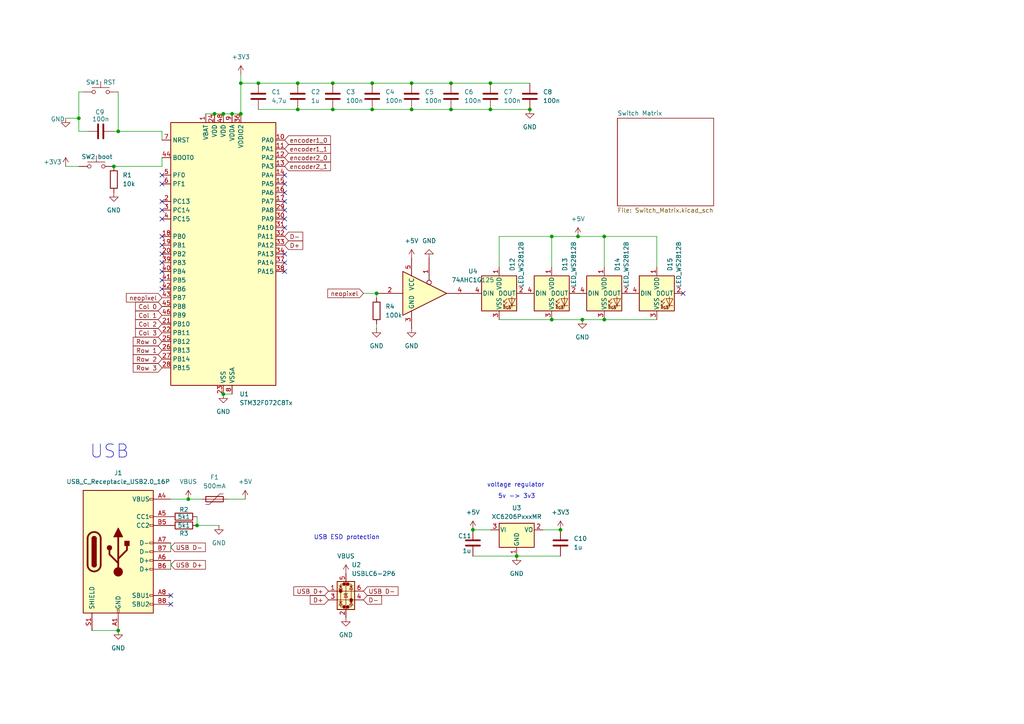
<source format=kicad_sch>
(kicad_sch (version 20250114) (generator "eeschema") (generator_version "9.0")
  (paper "A4")
  (lib_symbols
    (symbol "74xGxx:74AHC1G125"
      (property "Reference" "U" (at -2.54 3.81 0))
      (property "Value" "74AHC1G125" (at 0 -3.81 0))
      (symbol "74AHC1G125_0_1"
        (polyline (pts (xy -7.62 6.35) (xy -7.62 -6.35) (xy 5.08 0) (xy -7.62 6.35)) (stroke (width 0.254)) (fill (type background)))
      )
      (symbol "74AHC1G125_1_1"
        (pin input line (at -15.24 0 0) (length 7.62) (name "~") (number "2"))
        (pin power_in line (at -5.08 10.16 270) (length 5.08) (name "VCC") (number "5"))
        (pin power_in line (at -5.08 -10.16 90) (length 5.08) (name "GND") (number "3"))
        (pin input inverted (at 0 10.16 270) (length 7.62) (name "~") (number "1"))
        (pin tri_state line (at 12.7 0 180) (length 7.62) (name "~") (number "4"))
      )
    )
    (symbol "Connector:USB_C_Receptacle_USB2.0_16P" (pin_names (offset 1.016))
      (property "Reference" "J" (at 0 22.225 0))
      (property "Value" "USB_C_Receptacle_USB2.0_16P" (at 0 19.685 0))
      (symbol "USB_C_Receptacle_USB2.0_16P_0_0"
        (rectangle (start -0.254 -17.78) (end 0.254 -16.764))
        (rectangle (start 10.16 15.494) (end 9.144 14.986))
        (rectangle (start 10.16 10.414) (end 9.144 9.906))
        (rectangle (start 10.16 7.874) (end 9.144 7.366))
        (rectangle (start 10.16 2.794) (end 9.144 2.286))
        (rectangle (start 10.16 0.254) (end 9.144 -0.254))
        (rectangle (start 10.16 -2.286) (end 9.144 -2.794))
        (rectangle (start 10.16 -4.826) (end 9.144 -5.334))
        (rectangle (start 10.16 -12.446) (end 9.144 -12.954))
        (rectangle (start 10.16 -14.986) (end 9.144 -15.494))
      )
      (symbol "USB_C_Receptacle_USB2.0_16P_0_1"
        (rectangle (start -10.16 17.78) (end 10.16 -17.78) (stroke (width 0.254)) (fill (type background)))
        (polyline (pts (xy -8.89 -3.81) (xy -8.89 3.81)) (stroke (width 0.508)))
        (rectangle (start -7.62 -3.81) (end -6.35 3.81) (stroke (width 0.254)) (fill (type outline)))
        (arc (start -7.62 3.81) (mid -6.985 4.4423) (end -6.35 3.81) (stroke (width 0.254)))
        (arc (start -7.62 3.81) (mid -6.985 4.4423) (end -6.35 3.81) (stroke (width 0.254)) (fill (type outline)))
        (arc (start -8.89 3.81) (mid -6.985 5.7067) (end -5.08 3.81) (stroke (width 0.508)))
        (arc (start -5.08 -3.81) (mid -6.985 -5.7067) (end -8.89 -3.81) (stroke (width 0.508)))
        (arc (start -6.35 -3.81) (mid -6.985 -4.4423) (end -7.62 -3.81) (stroke (width 0.254)))
        (arc (start -6.35 -3.81) (mid -6.985 -4.4423) (end -7.62 -3.81) (stroke (width 0.254)) (fill (type outline)))
        (polyline (pts (xy -5.08 3.81) (xy -5.08 -3.81)) (stroke (width 0.508)))
        (circle (center -2.54 1.143) (radius 0.635) (stroke (width 0.254)) (fill (type outline)))
        (polyline (pts (xy -1.27 4.318) (xy 0 6.858) (xy 1.27 4.318) (xy -1.27 4.318)) (stroke (width 0.254)) (fill (type outline)))
        (polyline (pts (xy 0 -2.032) (xy 2.54 0.508) (xy 2.54 1.778)) (stroke (width 0.508)))
        (polyline (pts (xy 0 -3.302) (xy -2.54 -0.762) (xy -2.54 0.508)) (stroke (width 0.508)))
        (polyline (pts (xy 0 -5.842) (xy 0 4.318)) (stroke (width 0.508)))
        (circle (center 0 -5.842) (radius 1.27) (fill (type outline)))
        (rectangle (start 1.905 1.778) (end 3.175 3.048) (stroke (width 0.254)) (fill (type outline)))
      )
      (symbol "USB_C_Receptacle_USB2.0_16P_1_1"
        (pin passive line (at -7.62 -22.86 90) (length 5.08) (name "SHIELD") (number "S1"))
        (pin passive line (at 0 -22.86 90) (length 5.08) (name "GND") (number "A1"))
        (pin passive line (at 0 -22.86 90) (length 5.08) (hide yes) (name "GND") (number "A12"))
        (pin passive line (at 0 -22.86 90) (length 5.08) (hide yes) (name "GND") (number "B1"))
        (pin passive line (at 0 -22.86 90) (length 5.08) (hide yes) (name "GND") (number "B12"))
        (pin passive line (at 15.24 15.24 180) (length 5.08) (name "VBUS") (number "A4"))
        (pin passive line (at 15.24 15.24 180) (length 5.08) (hide yes) (name "VBUS") (number "A9"))
        (pin passive line (at 15.24 15.24 180) (length 5.08) (hide yes) (name "VBUS") (number "B4"))
        (pin passive line (at 15.24 15.24 180) (length 5.08) (hide yes) (name "VBUS") (number "B9"))
        (pin bidirectional line (at 15.24 10.16 180) (length 5.08) (name "CC1") (number "A5"))
        (pin bidirectional line (at 15.24 7.62 180) (length 5.08) (name "CC2") (number "B5"))
        (pin bidirectional line (at 15.24 2.54 180) (length 5.08) (name "D-") (number "A7"))
        (pin bidirectional line (at 15.24 0 180) (length 5.08) (name "D-") (number "B7"))
        (pin bidirectional line (at 15.24 -2.54 180) (length 5.08) (name "D+") (number "A6"))
        (pin bidirectional line (at 15.24 -5.08 180) (length 5.08) (name "D+") (number "B6"))
        (pin bidirectional line (at 15.24 -12.7 180) (length 5.08) (name "SBU1") (number "A8"))
        (pin bidirectional line (at 15.24 -15.24 180) (length 5.08) (name "SBU2") (number "B8"))
      )
    )
    (symbol "Device:C" (pin_numbers (hide yes)) (pin_names (offset 0.254))
      (property "Reference" "C" (at 0.635 2.54 0))
      (property "Value" "C" (at 0.635 -2.54 0))
      (symbol "C_0_1"
        (polyline (pts (xy -2.032 0.762) (xy 2.032 0.762)) (stroke (width 0.508)))
        (polyline (pts (xy -2.032 -0.762) (xy 2.032 -0.762)) (stroke (width 0.508)))
      )
      (symbol "C_1_1"
        (pin passive line (at 0 3.81 270) (length 2.794) (name "~") (number "1"))
        (pin passive line (at 0 -3.81 90) (length 2.794) (name "~") (number "2"))
      )
    )
    (symbol "Device:Polyfuse" (pin_numbers (hide yes)) (pin_names (offset 0))
      (property "Reference" "F" (at -2.54 0 90))
      (property "Value" "Polyfuse" (at 2.54 0 90))
      (symbol "Polyfuse_0_1"
        (polyline (pts (xy -1.524 2.54) (xy -1.524 1.524) (xy 1.524 -1.524) (xy 1.524 -2.54)))
        (rectangle (start -0.762 2.54) (end 0.762 -2.54) (stroke (width 0.254)))
        (polyline (pts (xy 0 2.54) (xy 0 -2.54)))
      )
      (symbol "Polyfuse_1_1"
        (pin passive line (at 0 3.81 270) (length 1.27) (name "~") (number "1"))
        (pin passive line (at 0 -3.81 90) (length 1.27) (name "~") (number "2"))
      )
    )
    (symbol "Device:R" (pin_numbers (hide yes)) (pin_names (offset 0))
      (property "Reference" "R" (at 2.032 0 90))
      (property "Value" "R" (at 0 0 90))
      (symbol "R_0_1"
        (rectangle (start -1.016 -2.54) (end 1.016 2.54) (stroke (width 0.254)))
      )
      (symbol "R_1_1"
        (pin passive line (at 0 3.81 270) (length 1.27) (name "~") (number "1"))
        (pin passive line (at 0 -3.81 90) (length 1.27) (name "~") (number "2"))
      )
    )
    (symbol "MCU_ST_STM32F0:STM32F072C8Tx"
      (property "Reference" "U" (at -15.24 39.37 0))
      (property "Value" "STM32F072C8Tx" (at 7.62 39.37 0))
      (symbol "STM32F072C8Tx_0_1"
        (rectangle (start -15.24 -38.1) (end 15.24 38.1) (stroke (width 0.254)) (fill (type background)))
      )
      (symbol "STM32F072C8Tx_1_1"
        (pin input line (at -17.78 33.02 0) (length 2.54) (name "NRST") (number "7"))
        (pin input line (at -17.78 27.94 0) (length 2.54) (name "BOOT0") (number "44"))
        (pin bidirectional line (at -17.78 22.86 0) (length 2.54) (name "PF0") (number "5"))
        (pin bidirectional line (at -17.78 20.32 0) (length 2.54) (name "PF1") (number "6"))
        (pin bidirectional line (at -17.78 15.24 0) (length 2.54) (name "PC13") (number "2"))
        (pin bidirectional line (at -17.78 12.7 0) (length 2.54) (name "PC14") (number "3"))
        (pin bidirectional line (at -17.78 10.16 0) (length 2.54) (name "PC15") (number "4"))
        (pin bidirectional line (at -17.78 5.08 0) (length 2.54) (name "PB0") (number "18"))
        (pin bidirectional line (at -17.78 2.54 0) (length 2.54) (name "PB1") (number "19"))
        (pin bidirectional line (at -17.78 0 0) (length 2.54) (name "PB2") (number "20"))
        (pin bidirectional line (at -17.78 -2.54 0) (length 2.54) (name "PB3") (number "39"))
        (pin bidirectional line (at -17.78 -5.08 0) (length 2.54) (name "PB4") (number "40"))
        (pin bidirectional line (at -17.78 -7.62 0) (length 2.54) (name "PB5") (number "41"))
        (pin bidirectional line (at -17.78 -10.16 0) (length 2.54) (name "PB6") (number "42"))
        (pin bidirectional line (at -17.78 -12.7 0) (length 2.54) (name "PB7") (number "43"))
        (pin bidirectional line (at -17.78 -15.24 0) (length 2.54) (name "PB8") (number "45"))
        (pin bidirectional line (at -17.78 -17.78 0) (length 2.54) (name "PB9") (number "46"))
        (pin bidirectional line (at -17.78 -20.32 0) (length 2.54) (name "PB10") (number "21"))
        (pin bidirectional line (at -17.78 -22.86 0) (length 2.54) (name "PB11") (number "22"))
        (pin bidirectional line (at -17.78 -25.4 0) (length 2.54) (name "PB12") (number "25"))
        (pin bidirectional line (at -17.78 -27.94 0) (length 2.54) (name "PB13") (number "26"))
        (pin bidirectional line (at -17.78 -30.48 0) (length 2.54) (name "PB14") (number "27"))
        (pin bidirectional line (at -17.78 -33.02 0) (length 2.54) (name "PB15") (number "28"))
        (pin power_in line (at -5.08 40.64 270) (length 2.54) (name "VBAT") (number "1"))
        (pin power_in line (at -2.54 40.64 270) (length 2.54) (name "VDD") (number "24"))
        (pin power_in line (at 0 40.64 270) (length 2.54) (name "VDD") (number "48"))
        (pin power_in line (at 0 -40.64 90) (length 2.54) (name "VSS") (number "23"))
        (pin passive line (at 0 -40.64 90) (length 2.54) (hide yes) (name "VSS") (number "35"))
        (pin passive line (at 0 -40.64 90) (length 2.54) (hide yes) (name "VSS") (number "47"))
        (pin power_in line (at 2.54 40.64 270) (length 2.54) (name "VDDA") (number "9"))
        (pin power_in line (at 2.54 -40.64 90) (length 2.54) (name "VSSA") (number "8"))
        (pin power_in line (at 5.08 40.64 270) (length 2.54) (name "VDDIO2") (number "36"))
        (pin bidirectional line (at 17.78 33.02 180) (length 2.54) (name "PA0") (number "10"))
        (pin bidirectional line (at 17.78 30.48 180) (length 2.54) (name "PA1") (number "11"))
        (pin bidirectional line (at 17.78 27.94 180) (length 2.54) (name "PA2") (number "12"))
        (pin bidirectional line (at 17.78 25.4 180) (length 2.54) (name "PA3") (number "13"))
        (pin bidirectional line (at 17.78 22.86 180) (length 2.54) (name "PA4") (number "14"))
        (pin bidirectional line (at 17.78 20.32 180) (length 2.54) (name "PA5") (number "15"))
        (pin bidirectional line (at 17.78 17.78 180) (length 2.54) (name "PA6") (number "16"))
        (pin bidirectional line (at 17.78 15.24 180) (length 2.54) (name "PA7") (number "17"))
        (pin bidirectional line (at 17.78 12.7 180) (length 2.54) (name "PA8") (number "29"))
        (pin bidirectional line (at 17.78 10.16 180) (length 2.54) (name "PA9") (number "30"))
        (pin bidirectional line (at 17.78 7.62 180) (length 2.54) (name "PA10") (number "31"))
        (pin bidirectional line (at 17.78 5.08 180) (length 2.54) (name "PA11") (number "32"))
        (pin bidirectional line (at 17.78 2.54 180) (length 2.54) (name "PA12") (number "33"))
        (pin bidirectional line (at 17.78 0 180) (length 2.54) (name "PA13") (number "34"))
        (pin bidirectional line (at 17.78 -2.54 180) (length 2.54) (name "PA14") (number "37"))
        (pin bidirectional line (at 17.78 -5.08 180) (length 2.54) (name "PA15") (number "38"))
      )
    )
    (symbol "Power_Protection:USBLC6-2P6" (pin_names (hide yes))
      (property "Reference" "U" (at 0.635 5.715 0))
      (property "Value" "USBLC6-2P6" (at 0.635 3.81 0))
      (symbol "USBLC6-2P6_0_0"
        (circle (center -1.524 0) (radius 0.0001) (stroke (width 0.508)))
        (circle (center -0.508 2.032) (radius 0.0001) (stroke (width 0.508)))
        (circle (center -0.508 -4.572) (radius 0.0001) (stroke (width 0.508)))
        (circle (center 0.508 2.032) (radius 0.0001) (stroke (width 0.508)))
        (circle (center 0.508 -4.572) (radius 0.0001) (stroke (width 0.508)))
        (circle (center 1.524 -2.54) (radius 0.0001) (stroke (width 0.508)))
      )
      (symbol "USBLC6-2P6_0_1"
        (polyline (pts (xy -2.54 0) (xy 2.54 0)))
        (polyline (pts (xy -2.54 -2.54) (xy 2.54 -2.54)))
        (polyline (pts (xy -2.032 0.508) (xy -1.016 0.508) (xy -1.524 1.524) (xy -2.032 0.508)))
        (polyline (pts (xy -2.032 -3.048) (xy -1.016 -3.048)))
        (polyline (pts (xy -1.016 1.524) (xy -2.032 1.524)))
        (polyline (pts (xy -1.016 -4.064) (xy -2.032 -4.064) (xy -1.524 -3.048) (xy -1.016 -4.064)))
        (polyline (pts (xy -0.508 -1.143) (xy -0.508 -0.762) (xy 0.508 -0.762)))
        (polyline (pts (xy 0 2.54) (xy -0.508 2.032) (xy 0.508 2.032) (xy 0 1.524) (xy 0 -4.064) (xy -0.508 -4.572) (xy 0.508 -4.572) (xy 0 -5.08)))
        (polyline (pts (xy 0.508 -1.778) (xy -0.508 -1.778) (xy 0 -0.762) (xy 0.508 -1.778)))
        (polyline (pts (xy 1.016 1.524) (xy 2.032 1.524)))
        (polyline (pts (xy 1.016 -3.048) (xy 2.032 -3.048)))
        (polyline (pts (xy 2.032 0.508) (xy 1.016 0.508) (xy 1.524 1.524) (xy 2.032 0.508)))
        (polyline (pts (xy 2.032 -4.064) (xy 1.016 -4.064) (xy 1.524 -3.048) (xy 2.032 -4.064)))
      )
      (symbol "USBLC6-2P6_1_1"
        (rectangle (start -2.54 2.794) (end 2.54 -5.334) (stroke (width 0.254)) (fill (type background)))
        (polyline (pts (xy -0.508 2.032) (xy -1.524 2.032) (xy -1.524 -4.572) (xy -0.508 -4.572)))
        (polyline (pts (xy 0.508 -4.572) (xy 1.524 -4.572) (xy 1.524 2.032) (xy 0.508 2.032)))
        (pin passive line (at -5.08 0 0) (length 2.54) (name "I/O1") (number "1"))
        (pin passive line (at -5.08 -2.54 0) (length 2.54) (name "I/O2") (number "3"))
        (pin passive line (at 0 5.08 270) (length 2.54) (name "VBUS") (number "5"))
        (pin passive line (at 0 -7.62 90) (length 2.54) (name "GND") (number "2"))
        (pin passive line (at 5.08 0 180) (length 2.54) (name "I/O1") (number "6"))
        (pin passive line (at 5.08 -2.54 180) (length 2.54) (name "I/O2") (number "4"))
      )
    )
    (symbol "Regulator_Linear:XC6206PxxxMR" (pin_names (offset 0.254))
      (property "Reference" "U" (at -3.81 3.175 0))
      (property "Value" "XC6206PxxxMR" (at 0 3.175 0))
      (symbol "XC6206PxxxMR_0_1"
        (rectangle (start -5.08 1.905) (end 5.08 -5.08) (stroke (width 0.254)) (fill (type background)))
      )
      (symbol "XC6206PxxxMR_1_1"
        (pin power_in line (at -7.62 0 0) (length 2.54) (name "VI") (number "3"))
        (pin power_in line (at 0 -7.62 90) (length 2.54) (name "GND") (number "1"))
        (pin power_out line (at 7.62 0 180) (length 2.54) (name "VO") (number "2"))
      )
    )
    (symbol "ScottoKeebs:LED_WS2812B" (pin_names (offset 0.254))
      (property "Reference" "D" (at 5.08 5.715 0))
      (property "Value" "LED_WS2812B" (at 1.27 -5.715 0))
      (symbol "LED_WS2812B_0_0"
        (text "RGB" (at 2.286 -4.191 0) (effects (font (size 0.762 0.762))))
      )
      (symbol "LED_WS2812B_0_1"
        (polyline (pts (xy 1.27 -2.54) (xy 1.778 -2.54)))
        (polyline (pts (xy 1.27 -3.556) (xy 1.778 -3.556)))
        (polyline (pts (xy 2.286 -1.524) (xy 1.27 -2.54) (xy 1.27 -2.032)))
        (polyline (pts (xy 2.286 -2.54) (xy 1.27 -3.556) (xy 1.27 -3.048)))
        (polyline (pts (xy 3.683 -1.016) (xy 3.683 -3.556) (xy 3.683 -4.064)))
        (polyline (pts (xy 4.699 -1.524) (xy 2.667 -1.524) (xy 3.683 -3.556) (xy 4.699 -1.524)))
        (polyline (pts (xy 4.699 -3.556) (xy 2.667 -3.556)))
        (rectangle (start 5.08 5.08) (end -5.08 -5.08) (stroke (width 0.254)) (fill (type background)))
      )
      (symbol "LED_WS2812B_1_1"
        (pin input line (at -7.62 0 0) (length 2.54) (name "DIN") (number "4"))
        (pin power_in line (at 0 7.62 270) (length 2.54) (name "VDD") (number "1"))
        (pin power_in line (at 0 -7.62 90) (length 2.54) (name "VSS") (number "3"))
        (pin output line (at 7.62 0 180) (length 2.54) (name "DOUT") (number "2"))
      )
    )
    (symbol "Switch:SW_Push" (pin_numbers (hide yes)) (pin_names (offset 1.016) (hide yes))
      (property "Reference" "SW" (at 1.27 2.54 0))
      (property "Value" "SW_Push" (at 0 -1.524 0))
      (symbol "SW_Push_0_1"
        (circle (center -2.032 0) (radius 0.508))
        (polyline (pts (xy 0 1.27) (xy 0 3.048)))
        (circle (center 2.032 0) (radius 0.508))
        (polyline (pts (xy 2.54 1.27) (xy -2.54 1.27)))
        (pin passive line (at -5.08 0 0) (length 2.54) (name "1") (number "1"))
        (pin passive line (at 5.08 0 180) (length 2.54) (name "2") (number "2"))
      )
    )
    (symbol "power:+3V3" (power) (pin_numbers (hide yes)) (pin_names (offset 0) (hide yes))
      (property "Value" "+3V3" (at 0 3.556 0))
      (symbol "+3V3_0_1"
        (polyline (pts (xy -0.762 1.27) (xy 0 2.54)))
        (polyline (pts (xy 0 2.54) (xy 0.762 1.27)))
        (polyline (pts (xy 0 0) (xy 0 2.54)))
      )
      (symbol "+3V3_1_1"
        (pin power_in line (at 0 0 90) (length 0) (name "~") (number "1"))
      )
    )
    (symbol "power:+5V" (power) (pin_numbers (hide yes)) (pin_names (offset 0) (hide yes))
      (property "Value" "+5V" (at 0 3.556 0))
      (symbol "+5V_0_1"
        (polyline (pts (xy -0.762 1.27) (xy 0 2.54)))
        (polyline (pts (xy 0 2.54) (xy 0.762 1.27)))
        (polyline (pts (xy 0 0) (xy 0 2.54)))
      )
      (symbol "+5V_1_1"
        (pin power_in line (at 0 0 90) (length 0) (name "~") (number "1"))
      )
    )
    (symbol "power:GND" (power) (pin_numbers (hide yes)) (pin_names (offset 0) (hide yes))
      (property "Value" "GND" (at 0 -3.81 0))
      (symbol "GND_0_1"
        (polyline (pts (xy 0 0) (xy 0 -1.27) (xy 1.27 -1.27) (xy 0 -2.54) (xy -1.27 -1.27) (xy 0 -1.27)))
      )
      (symbol "GND_1_1"
        (pin power_in line (at 0 0 270) (length 0) (name "~") (number "1"))
      )
    )
    (symbol "power:VBUS" (power) (pin_numbers (hide yes)) (pin_names (offset 0) (hide yes))
      (property "Value" "VBUS" (at 0 3.556 0))
      (symbol "VBUS_0_1"
        (polyline (pts (xy -0.762 1.27) (xy 0 2.54)))
        (polyline (pts (xy 0 2.54) (xy 0.762 1.27)))
        (polyline (pts (xy 0 0) (xy 0 2.54)))
      )
      (symbol "VBUS_1_1"
        (pin power_in line (at 0 0 90) (length 0) (name "~") (number "1"))
      )
    )
  )
  (rectangle (start 179.07 41.91) (end 179.07 41.91))
  (text "USB ESD protection\n" (at 100.584 155.956 0) (effects (font (size 1.27 1.27))))
  (text "voltage regulator" (at 149.606 140.716 0) (effects (font (size 1.27 1.27))))
  (text "5v -> 3v3" (at 149.86 144.018 0) (effects (font (size 1.27 1.27))))
  (text "USB" (at 31.75 131.064 0) (effects (font (size 3.81 3.81))))
  (junction (at 107.95 24.13))
  (junction (at 22.86 34.29))
  (junction (at 67.31 33.02))
  (junction (at 64.77 114.3))
  (junction (at 69.85 24.13))
  (junction (at 54.61 144.78))
  (junction (at 107.95 31.75))
  (junction (at 34.29 38.1))
  (junction (at 160.02 92.71))
  (junction (at 86.36 31.75))
  (junction (at 33.02 48.26))
  (junction (at 142.24 31.75))
  (junction (at 130.81 31.75))
  (junction (at 142.24 24.13))
  (junction (at 160.02 68.58))
  (junction (at 119.38 31.75))
  (junction (at 57.15 152.4))
  (junction (at 69.85 33.02))
  (junction (at 74.93 24.13))
  (junction (at 96.52 24.13))
  (junction (at 175.26 92.71))
  (junction (at 167.64 68.58))
  (junction (at 130.81 24.13))
  (junction (at 109.22 85.09))
  (junction (at 96.52 31.75))
  (junction (at 119.38 24.13))
  (junction (at 34.29 182.88))
  (junction (at 168.91 92.71))
  (junction (at 62.23 33.02))
  (junction (at 153.67 31.75))
  (junction (at 149.86 161.29))
  (junction (at 86.36 24.13))
  (junction (at 137.16 153.67))
  (junction (at 162.56 153.67))
  (junction (at 175.26 68.58))
  (junction (at 64.77 33.02))
  (no_connect (at 46.99 83.82))
  (no_connect (at 82.55 58.42))
  (no_connect (at 82.55 63.5))
  (no_connect (at 46.99 58.42))
  (no_connect (at 198.12 85.09))
  (no_connect (at 46.99 63.5))
  (no_connect (at 46.99 60.96))
  (no_connect (at 46.99 78.74))
  (no_connect (at 46.99 53.34))
  (no_connect (at 82.55 73.66))
  (no_connect (at 82.55 50.8))
  (no_connect (at 49.53 172.72))
  (no_connect (at 82.55 60.96))
  (no_connect (at 46.99 81.28))
  (no_connect (at 46.99 68.58))
  (no_connect (at 82.55 55.88))
  (no_connect (at 82.55 53.34))
  (no_connect (at 46.99 73.66))
  (no_connect (at 82.55 78.74))
  (no_connect (at 82.55 66.04))
  (no_connect (at 46.99 71.12))
  (no_connect (at 46.99 76.2))
  (no_connect (at 82.55 76.2))
  (no_connect (at 49.53 175.26))
  (no_connect (at 46.99 50.8))
  (wire (pts (xy 46.99 40.64) (xy 46.99 38.1)))
  (wire (pts (xy 19.05 48.26) (xy 22.86 48.26)))
  (wire (pts (xy 46.99 45.72) (xy 46.99 48.26)))
  (wire (pts (xy 168.91 92.71) (xy 175.26 92.71)))
  (wire (pts (xy 34.29 26.67) (xy 34.29 38.1)))
  (wire (pts (xy 144.78 77.47) (xy 144.78 68.58)))
  (wire (pts (xy 130.81 24.13) (xy 142.24 24.13)))
  (wire (pts (xy 190.5 68.58) (xy 190.5 77.47)))
  (wire (pts (xy 137.16 153.67) (xy 142.24 153.67)))
  (wire (pts (xy 74.93 24.13) (xy 86.36 24.13)))
  (wire (pts (xy 144.78 68.58) (xy 160.02 68.58)))
  (wire (pts (xy 109.22 86.36) (xy 109.22 85.09)))
  (wire (pts (xy 74.93 31.75) (xy 86.36 31.75)))
  (wire (pts (xy 105.41 85.09) (xy 109.22 85.09)))
  (wire (pts (xy 59.69 33.02) (xy 62.23 33.02)))
  (wire (pts (xy 67.31 33.02) (xy 69.85 33.02)))
  (wire (pts (xy 69.85 24.13) (xy 74.93 24.13)))
  (wire (pts (xy 175.26 68.58) (xy 175.26 77.47)))
  (wire (pts (xy 157.48 153.67) (xy 162.56 153.67)))
  (wire (pts (xy 130.81 31.75) (xy 142.24 31.75)))
  (wire (pts (xy 22.86 26.67) (xy 22.86 34.29)))
  (wire (pts (xy 26.67 182.88) (xy 34.29 182.88)))
  (wire (pts (xy 19.05 34.29) (xy 22.86 34.29)))
  (wire (pts (xy 57.15 152.4) (xy 63.5 152.4)))
  (wire (pts (xy 142.24 24.13) (xy 153.67 24.13)))
  (wire (pts (xy 22.86 34.29) (xy 22.86 38.1)))
  (wire (pts (xy 22.86 26.67) (xy 24.13 26.67)))
  (wire (pts (xy 49.53 162.56) (xy 49.53 165.1)))
  (wire (pts (xy 22.86 38.1) (xy 25.4 38.1)))
  (wire (pts (xy 69.85 24.13) (xy 69.85 33.02)))
  (wire (pts (xy 57.15 149.86) (xy 57.15 152.4)))
  (wire (pts (xy 109.22 93.98) (xy 109.22 95.25)))
  (wire (pts (xy 107.95 31.75) (xy 119.38 31.75)))
  (wire (pts (xy 54.61 144.78) (xy 49.53 144.78)))
  (wire (pts (xy 167.64 68.58) (xy 175.26 68.58)))
  (wire (pts (xy 96.52 24.13) (xy 107.95 24.13)))
  (wire (pts (xy 96.52 31.75) (xy 107.95 31.75)))
  (wire (pts (xy 119.38 31.75) (xy 130.81 31.75)))
  (wire (pts (xy 160.02 68.58) (xy 160.02 77.47)))
  (wire (pts (xy 33.02 48.26) (xy 46.99 48.26)))
  (wire (pts (xy 142.24 31.75) (xy 153.67 31.75)))
  (wire (pts (xy 160.02 92.71) (xy 168.91 92.71)))
  (wire (pts (xy 86.36 31.75) (xy 96.52 31.75)))
  (wire (pts (xy 107.95 24.13) (xy 119.38 24.13)))
  (wire (pts (xy 119.38 24.13) (xy 130.81 24.13)))
  (wire (pts (xy 33.02 38.1) (xy 34.29 38.1)))
  (wire (pts (xy 86.36 24.13) (xy 96.52 24.13)))
  (wire (pts (xy 34.29 38.1) (xy 46.99 38.1)))
  (wire (pts (xy 64.77 33.02) (xy 67.31 33.02)))
  (wire (pts (xy 149.86 161.29) (xy 162.56 161.29)))
  (wire (pts (xy 66.04 144.78) (xy 71.12 144.78)))
  (wire (pts (xy 69.85 21.59) (xy 69.85 24.13)))
  (wire (pts (xy 64.77 114.3) (xy 67.31 114.3)))
  (wire (pts (xy 137.16 161.29) (xy 149.86 161.29)))
  (wire (pts (xy 54.61 144.78) (xy 58.42 144.78)))
  (wire (pts (xy 160.02 68.58) (xy 167.64 68.58)))
  (wire (pts (xy 49.53 157.48) (xy 49.53 160.02)))
  (wire (pts (xy 62.23 33.02) (xy 64.77 33.02)))
  (wire (pts (xy 175.26 68.58) (xy 190.5 68.58)))
  (wire (pts (xy 144.78 92.71) (xy 160.02 92.71)))
  (wire (pts (xy 175.26 92.71) (xy 190.5 92.71)))
  (global_label "Col 3" (shape input) (at 46.99 96.52 180) (property "Intersheetrefs" "${INTERSHEET_REFS}" (effects (hide yes))))
  (global_label "Col 0" (shape input) (at 46.99 88.9 180) (property "Intersheetrefs" "${INTERSHEET_REFS}" (effects (hide yes))))
  (global_label "encoder2_1" (shape input) (at 82.55 48.26 0) (property "Intersheetrefs" "${INTERSHEET_REFS}" (effects (hide yes))))
  (global_label "Row 0" (shape input) (at 46.99 99.06 180) (property "Intersheetrefs" "${INTERSHEET_REFS}" (effects (hide yes))))
  (global_label "Row 2" (shape input) (at 46.99 104.14 180) (property "Intersheetrefs" "${INTERSHEET_REFS}" (effects (hide yes))))
  (global_label "D-" (shape input) (at 105.41 173.99 0) (property "Intersheetrefs" "${INTERSHEET_REFS}" (effects (hide yes))))
  (global_label "USB D-" (shape input) (at 105.41 171.45 0) (property "Intersheetrefs" "${INTERSHEET_REFS}" (effects (hide yes))))
  (global_label "neopixel" (shape input) (at 46.99 86.36 180) (property "Intersheetrefs" "${INTERSHEET_REFS}" (effects (hide yes))))
  (global_label "Col 2" (shape input) (at 46.99 93.98 180) (property "Intersheetrefs" "${INTERSHEET_REFS}" (effects (hide yes))))
  (global_label "neopixel" (shape input) (at 105.41 85.09 180) (property "Intersheetrefs" "${INTERSHEET_REFS}" (effects (hide yes))))
  (global_label "USB D-" (shape input) (at 49.53 158.75 0) (property "Intersheetrefs" "${INTERSHEET_REFS}" (effects (hide yes))))
  (global_label "USB D+" (shape input) (at 49.53 163.83 0) (property "Intersheetrefs" "${INTERSHEET_REFS}" (effects (hide yes))))
  (global_label "encoder1_1" (shape input) (at 82.55 43.18 0) (property "Intersheetrefs" "${INTERSHEET_REFS}" (effects (hide yes))))
  (global_label "Col 1" (shape input) (at 46.99 91.44 180) (property "Intersheetrefs" "${INTERSHEET_REFS}" (effects (hide yes))))
  (global_label "D+" (shape input) (at 95.25 173.99 180) (property "Intersheetrefs" "${INTERSHEET_REFS}" (effects (hide yes))))
  (global_label "D+" (shape input) (at 82.55 71.12 0) (property "Intersheetrefs" "${INTERSHEET_REFS}" (effects (hide yes))))
  (global_label "Row 1" (shape input) (at 46.99 101.6 180) (property "Intersheetrefs" "${INTERSHEET_REFS}" (effects (hide yes))))
  (global_label "D-" (shape input) (at 82.55 68.58 0) (property "Intersheetrefs" "${INTERSHEET_REFS}" (effects (hide yes))))
  (global_label "USB D+" (shape input) (at 95.25 171.45 180) (property "Intersheetrefs" "${INTERSHEET_REFS}" (effects (hide yes))))
  (global_label "encoder2_0" (shape input) (at 82.55 45.72 0) (property "Intersheetrefs" "${INTERSHEET_REFS}" (effects (hide yes))))
  (global_label "encoder1_0" (shape input) (at 82.55 40.64 0) (property "Intersheetrefs" "${INTERSHEET_REFS}" (effects (hide yes))))
  (global_label "Row 3" (shape input) (at 46.99 106.68 180) (property "Intersheetrefs" "${INTERSHEET_REFS}" (effects (hide yes))))
  (symbol (lib_id "Device:C") (at 96.52 27.94 0) (unit 1)
    (property "Reference" "C3" (at 100.33 26.6699 0) (effects (justify left)))
    (property "Value" "100n" (at 100.33 29.2099 0) (effects (justify left)))
    (property "Footprint" "ScottoKeebs_Components:LED_0805" (effects (hide yes)))
    (property "Description" "Unpolarized capacitor" (effects (hide yes)))
  )
  (symbol (lib_id "Device:C") (at 137.16 157.48 0) (unit 1)
    (property "Reference" "C11" (at 132.842 155.448 0) (effects (justify left)))
    (property "Value" "1u" (at 134.112 159.766 0) (effects (justify left)))
    (property "Footprint" "ScottoKeebs_Components:LED_0805" (effects (hide yes)))
    (property "Description" "Unpolarized capacitor" (effects (hide yes)))
  )
  (symbol (lib_id "Power_Protection:USBLC6-2P6") (at 100.33 171.45 0) (unit 1)
    (property "Reference" "U2" (at 101.9811 163.83 0) (effects (justify left)))
    (property "Value" "USBLC6-2P6" (at 101.9811 166.37 0) (effects (justify left)))
    (property "Footprint" "Package_TO_SOT_SMD:SOT-666" (effects (hide yes)))
    (property "Datasheet" "https://www.st.com/resource/en/datasheet/usblc6-2.pdf" (effects (hide yes)))
    (property "Description" "Very low capacitance ESD protection diode, 2 data-line, SOT-666" (effects (hide yes)))
  )
  (symbol (lib_id "Device:C") (at 142.24 27.94 0) (unit 1)
    (property "Reference" "C7" (at 146.05 26.6699 0) (effects (justify left)))
    (property "Value" "100n" (at 146.05 29.2099 0) (effects (justify left)))
    (property "Footprint" "ScottoKeebs_Components:LED_0805" (effects (hide yes)))
    (property "Description" "Unpolarized capacitor" (effects (hide yes)))
  )
  (symbol (lib_id "Device:C") (at 107.95 27.94 0) (unit 1)
    (property "Reference" "C4" (at 111.76 26.6699 0) (effects (justify left)))
    (property "Value" "100n" (at 111.76 29.2099 0) (effects (justify left)))
    (property "Footprint" "ScottoKeebs_Components:LED_0805" (effects (hide yes)))
    (property "Description" "Unpolarized capacitor" (effects (hide yes)))
  )
  (symbol (lib_id "Device:C") (at 119.38 27.94 0) (unit 1)
    (property "Reference" "C5" (at 123.19 26.6699 0) (effects (justify left)))
    (property "Value" "100n" (at 123.19 29.2099 0) (effects (justify left)))
    (property "Footprint" "ScottoKeebs_Components:LED_0805" (effects (hide yes)))
    (property "Description" "Unpolarized capacitor" (effects (hide yes)))
  )
  (symbol (lib_id "ScottoKeebs:LED_WS2812B") (at 144.78 85.09 0) (unit 1)
    (property "Reference" "D12" (at 148.59 76.708 90))
    (property "Value" "LED_WS2812B" (at 151.13 76.708 90))
    (property "Footprint" "ScottoKeebs_Components:LED_WS2812B" (effects (hide yes)))
    (property "Datasheet" "https://cdn-shop.adafruit.com/datasheets/WS2812B.pdf" (effects (hide yes)))
    (property "Description" "RGB LED with integrated controller" (effects (hide yes)))
  )
  (symbol (lib_id "power:GND") (at 63.5 152.4 0) (unit 1)
    (property "Reference" "#PWR09" (effects (hide yes)))
    (property "Value" "GND" (at 63.5 157.48 0))
    (property "Description" "Power symbol creates a global label with name \"GND\" , ground" (effects (hide yes)))
  )
  (symbol (lib_id "power:GND") (at 19.05 34.29 0) (unit 1)
    (property "Reference" "#PWR03" (effects (hide yes)))
    (property "Value" "GND" (at 16.764 34.544 0))
    (property "Description" "Power symbol creates a global label with name \"GND\" , ground" (effects (hide yes)))
  )
  (symbol (lib_id "74xGxx:74AHC1G125") (at 124.46 85.09 0) (unit 1)
    (property "Reference" "U4" (at 137.16 78.6698 0))
    (property "Value" "74AHC1G125" (at 137.16 81.2098 0))
    (property "Footprint" "Package_TO_SOT_SMD:SOT-353_SC-70-5_Handsoldering" (effects (hide yes)))
    (property "Datasheet" "http://www.ti.com/lit/sg/scyt129e/scyt129e.pdf" (effects (hide yes)))
    (property "Description" "Single Buffer Gate Tri-State, Low-Voltage CMOS" (effects (hide yes)))
  )
  (symbol (lib_id "Device:R") (at 53.34 152.4 90) (unit 1)
    (property "Reference" "R3" (at 53.34 154.686 90))
    (property "Value" "5k1" (at 53.34 152.4 90))
    (property "Footprint" "ScottoKeebs_Components:Resistor_0805" (effects (hide yes)))
    (property "Description" "Resistor" (effects (hide yes)))
  )
  (symbol (lib_id "power:+3V3") (at 69.85 21.59 0) (unit 1)
    (property "Reference" "#PWR01" (effects (hide yes)))
    (property "Value" "+3V3" (at 69.85 16.51 0))
    (property "Description" "Power symbol creates a global label with name \"+3V3\"" (effects (hide yes)))
  )
  (symbol (lib_id "power:VBUS") (at 100.33 166.37 0) (unit 1)
    (property "Reference" "#PWR011" (effects (hide yes)))
    (property "Value" "VBUS" (at 100.33 161.29 0))
    (property "Description" "Power symbol creates a global label with name \"VBUS\"" (effects (hide yes)))
  )
  (symbol (lib_id "Device:R") (at 109.22 90.17 0) (unit 1)
    (property "Reference" "R4" (at 111.76 88.8999 0) (effects (justify left)))
    (property "Value" "100k" (at 111.76 91.4399 0) (effects (justify left)))
    (property "Footprint" "ScottoKeebs_Components:Resistor_0805" (effects (hide yes)))
    (property "Description" "Resistor" (effects (hide yes)))
  )
  (symbol (lib_id "Device:C") (at 86.36 27.94 0) (unit 1)
    (property "Reference" "C2" (at 90.17 26.6699 0) (effects (justify left)))
    (property "Value" "1u" (at 90.17 29.2099 0) (effects (justify left)))
    (property "Footprint" "ScottoKeebs_Components:LED_0805" (effects (hide yes)))
    (property "Description" "Unpolarized capacitor" (effects (hide yes)))
  )
  (symbol (lib_id "power:GND") (at 33.02 55.88 0) (unit 1)
    (property "Reference" "#PWR04" (effects (hide yes)))
    (property "Value" "GND" (at 33.02 60.96 0))
    (property "Description" "Power symbol creates a global label with name \"GND\" , ground" (effects (hide yes)))
  )
  (symbol (lib_id "ScottoKeebs:LED_WS2812B") (at 175.26 85.09 0) (unit 1)
    (property "Reference" "D14" (at 179.07 76.708 90))
    (property "Value" "LED_WS2812B" (at 181.61 76.708 90))
    (property "Footprint" "ScottoKeebs_Components:LED_WS2812B" (effects (hide yes)))
    (property "Datasheet" "https://cdn-shop.adafruit.com/datasheets/WS2812B.pdf" (effects (hide yes)))
    (property "Description" "RGB LED with integrated controller" (effects (hide yes)))
  )
  (symbol (lib_id "power:+5V") (at 119.38 74.93 0) (unit 1)
    (property "Reference" "#PWR021" (effects (hide yes)))
    (property "Value" "+5V" (at 119.38 69.85 0))
    (property "Description" "Power symbol creates a global label with name \"+5V\"" (effects (hide yes)))
  )
  (symbol (lib_id "power:VBUS") (at 54.61 144.78 0) (unit 1)
    (property "Reference" "#PWR07" (effects (hide yes)))
    (property "Value" "VBUS" (at 54.61 139.7 0))
    (property "Description" "Power symbol creates a global label with name \"VBUS\"" (effects (hide yes)))
  )
  (symbol (lib_id "power:GND") (at 34.29 182.88 0) (unit 1)
    (property "Reference" "#PWR06" (effects (hide yes)))
    (property "Value" "GND" (at 34.29 187.96 0))
    (property "Description" "Power symbol creates a global label with name \"GND\" , ground" (effects (hide yes)))
  )
  (symbol (lib_id "Device:R") (at 53.34 149.86 90) (unit 1)
    (property "Reference" "R2" (at 53.34 147.828 90))
    (property "Value" "5k1" (at 53.34 149.86 90))
    (property "Footprint" "ScottoKeebs_Components:Resistor_0805" (effects (hide yes)))
    (property "Description" "Resistor" (effects (hide yes)))
  )
  (symbol (lib_id "ScottoKeebs:LED_WS2812B") (at 160.02 85.09 0) (unit 1)
    (property "Reference" "D13" (at 163.83 76.708 90))
    (property "Value" "LED_WS2812B" (at 166.37 76.708 90))
    (property "Footprint" "ScottoKeebs_Components:LED_WS2812B" (effects (hide yes)))
    (property "Datasheet" "https://cdn-shop.adafruit.com/datasheets/WS2812B.pdf" (effects (hide yes)))
    (property "Description" "RGB LED with integrated controller" (effects (hide yes)))
  )
  (symbol (lib_id "ScottoKeebs:LED_WS2812B") (at 190.5 85.09 0) (unit 1)
    (property "Reference" "D15" (at 194.31 76.708 90))
    (property "Value" "LED_WS2812B" (at 196.85 76.708 90))
    (property "Footprint" "ScottoKeebs_Components:LED_WS2812B" (effects (hide yes)))
    (property "Datasheet" "https://cdn-shop.adafruit.com/datasheets/WS2812B.pdf" (effects (hide yes)))
    (property "Description" "RGB LED with integrated controller" (effects (hide yes)))
  )
  (symbol (lib_id "power:GND") (at 119.38 95.25 0) (unit 1)
    (property "Reference" "#PWR016" (effects (hide yes)))
    (property "Value" "GND" (at 119.38 100.33 0))
    (property "Description" "Power symbol creates a global label with name \"GND\" , ground" (effects (hide yes)))
  )
  (symbol (lib_id "Device:C") (at 29.21 38.1 90) (unit 1)
    (property "Reference" "C9" (at 28.956 32.512 90))
    (property "Value" "100n" (at 29.21 34.544 90))
    (property "Footprint" "ScottoKeebs_Components:LED_0805" (effects (hide yes)))
    (property "Description" "Unpolarized capacitor" (effects (hide yes)))
  )
  (symbol (lib_id "Device:C") (at 153.67 27.94 0) (unit 1)
    (property "Reference" "C8" (at 157.48 26.6699 0) (effects (justify left)))
    (property "Value" "100n" (at 157.48 29.2099 0) (effects (justify left)))
    (property "Footprint" "ScottoKeebs_Components:LED_0805" (effects (hide yes)))
    (property "Description" "Unpolarized capacitor" (effects (hide yes)))
  )
  (symbol (lib_id "power:GND") (at 100.33 179.07 0) (unit 1)
    (property "Reference" "#PWR010" (effects (hide yes)))
    (property "Value" "GND" (at 100.33 184.15 0))
    (property "Description" "Power symbol creates a global label with name \"GND\" , ground" (effects (hide yes)))
  )
  (symbol (lib_id "Device:C") (at 130.81 27.94 0) (unit 1)
    (property "Reference" "C6" (at 134.62 26.6699 0) (effects (justify left)))
    (property "Value" "100n" (at 134.62 29.2099 0) (effects (justify left)))
    (property "Footprint" "ScottoKeebs_Components:LED_0805" (effects (hide yes)))
    (property "Description" "Unpolarized capacitor" (effects (hide yes)))
  )
  (symbol (lib_id "power:+5V") (at 167.64 68.58 0) (unit 1)
    (property "Reference" "#PWR020" (effects (hide yes)))
    (property "Value" "+5V" (at 167.64 63.5 0))
    (property "Description" "Power symbol creates a global label with name \"+5V\"" (effects (hide yes)))
  )
  (symbol (lib_id "power:GND") (at 109.22 95.25 0) (unit 1)
    (property "Reference" "#PWR023" (effects (hide yes)))
    (property "Value" "GND" (at 109.22 100.33 0))
    (property "Description" "Power symbol creates a global label with name \"GND\" , ground" (effects (hide yes)))
  )
  (symbol (lib_id "Device:C") (at 74.93 27.94 0) (unit 1)
    (property "Reference" "C1" (at 78.74 26.6699 0) (effects (justify left)))
    (property "Value" "4,7u" (at 78.74 29.2099 0) (effects (justify left)))
    (property "Footprint" "ScottoKeebs_Components:LED_0805" (effects (hide yes)))
    (property "Description" "Unpolarized capacitor" (effects (hide yes)))
  )
  (symbol (lib_id "power:GND") (at 149.86 161.29 0) (unit 1)
    (property "Reference" "#PWR014" (effects (hide yes)))
    (property "Value" "GND" (at 149.86 166.37 0))
    (property "Description" "Power symbol creates a global label with name \"GND\" , ground" (effects (hide yes)))
  )
  (symbol (lib_id "power:GND") (at 153.67 31.75 0) (unit 1)
    (property "Reference" "#PWR02" (effects (hide yes)))
    (property "Value" "GND" (at 153.67 36.83 0))
    (property "Description" "Power symbol creates a global label with name \"GND\" , ground" (effects (hide yes)))
  )
  (symbol (lib_id "power:GND") (at 124.46 74.93 180) (unit 1)
    (property "Reference" "#PWR022" (effects (hide yes)))
    (property "Value" "GND" (at 124.46 69.85 0))
    (property "Description" "Power symbol creates a global label with name \"GND\" , ground" (effects (hide yes)))
  )
  (symbol (lib_id "power:+5V") (at 71.12 144.78 0) (unit 1)
    (property "Reference" "#PWR08" (effects (hide yes)))
    (property "Value" "+5V" (at 71.12 139.7 0))
    (property "Description" "Power symbol creates a global label with name \"+5V\"" (effects (hide yes)))
  )
  (symbol (lib_id "Device:Polyfuse") (at 62.23 144.78 90) (unit 1)
    (property "Reference" "F1" (at 62.23 138.43 90))
    (property "Value" "500mA" (at 62.23 140.97 90))
    (property "Footprint" "ScottoKeebs_Components:Resistor_1206" (effects (hide yes)))
    (property "Description" "Resettable fuse, polymeric positive temperature coefficient" (effects (hide yes)))
  )
  (symbol (lib_id "power:+5V") (at 137.16 153.67 0) (unit 1)
    (property "Reference" "#PWR012" (effects (hide yes)))
    (property "Value" "+5V" (at 137.16 148.59 0))
    (property "Description" "Power symbol creates a global label with name \"+5V\"" (effects (hide yes)))
  )
  (symbol (lib_id "power:GND") (at 168.91 92.71 0) (unit 1)
    (property "Reference" "#PWR019" (effects (hide yes)))
    (property "Value" "GND" (at 168.91 97.79 0))
    (property "Description" "Power symbol creates a global label with name \"GND\" , ground" (effects (hide yes)))
  )
  (symbol (lib_id "power:+3V3") (at 19.05 48.26 0) (unit 1)
    (property "Reference" "#PWR05" (effects (hide yes)))
    (property "Value" "+3V3" (at 15.24 46.99 0))
    (property "Description" "Power symbol creates a global label with name \"+3V3\"" (effects (hide yes)))
  )
  (symbol (lib_id "power:GND") (at 64.77 114.3 0) (unit 1)
    (property "Reference" "#PWR015" (effects (hide yes)))
    (property "Value" "GND" (at 64.77 119.38 0))
    (property "Description" "Power symbol creates a global label with name \"GND\" , ground" (effects (hide yes)))
  )
  (symbol (lib_id "Device:C") (at 162.56 157.48 0) (unit 1)
    (property "Reference" "C10" (at 166.37 156.2099 0) (effects (justify left)))
    (property "Value" "1u" (at 166.37 158.7499 0) (effects (justify left)))
    (property "Footprint" "ScottoKeebs_Components:LED_0805" (effects (hide yes)))
    (property "Description" "Unpolarized capacitor" (effects (hide yes)))
  )
  (symbol (lib_id "MCU_ST_STM32F0:STM32F072C8Tx") (at 64.77 73.66 0) (unit 1)
    (property "Reference" "U1" (at 69.4533 114.3 0) (effects (justify left)))
    (property "Value" "STM32F072C8Tx" (at 69.4533 116.84 0) (effects (justify left)))
    (property "Footprint" "Package_QFP:LQFP-48_7x7mm_P0.5mm" (effects (hide yes)))
    (property "Datasheet" "https://www.st.com/resource/en/datasheet/stm32f072c8.pdf" (effects (hide yes)))
    (property "Description" "STMicroelectronics Arm Cortex-M0 MCU, 64KB flash, 16KB RAM, 48 MHz, 2.0-3.6V, 37 GPIO, LQFP48" (effects (hide yes)))
  )
  (symbol (lib_id "Connector:USB_C_Receptacle_USB2.0_16P") (at 34.29 160.02 0) (unit 1)
    (property "Reference" "J1" (at 34.29 137.16 0))
    (property "Value" "USB_C_Receptacle_USB2.0_16P" (at 34.29 139.7 0))
    (property "Footprint" "Connector_USB:USB_C_Receptacle_GCT_USB4110" (effects (hide yes)))
    (property "Datasheet" "https://www.usb.org/sites/default/files/documents/usb_type-c.zip" (effects (hide yes)))
    (property "Description" "USB 2.0-only 16P Type-C Receptacle connector" (effects (hide yes)))
  )
  (symbol (lib_id "Device:R") (at 33.02 52.07 0) (unit 1)
    (property "Reference" "R1" (at 35.56 50.7999 0) (effects (justify left)))
    (property "Value" "10k" (at 35.56 53.3399 0) (effects (justify left)))
    (property "Footprint" "ScottoKeebs_Components:Resistor_0805" (effects (hide yes)))
    (property "Description" "Resistor" (effects (hide yes)))
  )
  (symbol (lib_id "power:+3V3") (at 162.56 153.67 0) (unit 1)
    (property "Reference" "#PWR013" (effects (hide yes)))
    (property "Value" "+3V3" (at 162.56 148.59 0))
    (property "Description" "Power symbol creates a global label with name \"+3V3\"" (effects (hide yes)))
  )
  (symbol (lib_id "Regulator_Linear:XC6206PxxxMR") (at 149.86 153.67 0) (unit 1)
    (property "Reference" "U3" (at 149.86 147.32 0))
    (property "Value" "XC6206PxxxMR" (at 149.86 149.86 0))
    (property "Footprint" "Package_TO_SOT_SMD:SOT-23-3" (effects (hide yes)))
    (property "Datasheet" "https://www.torexsemi.com/file/xc6206/XC6206.pdf" (effects (hide yes)))
    (property "Description" "Positive 60-250mA Low Dropout Regulator, Fixed Output, SOT-23" (effects (hide yes)))
  )
  (symbol (lib_id "Switch:SW_Push") (at 27.94 48.26 0) (unit 1)
    (property "Reference" "SW2" (at 25.654 45.466 0))
    (property "Value" "boot" (at 30.48 45.466 0))
    (property "Footprint" "Button_Switch_SMD:SW_SPST_TS-1088-xR020" (effects (hide yes)))
    (property "Description" "Push button switch, generic, two pins" (effects (hide yes)))
  )
  (symbol (lib_id "Switch:SW_Push") (at 29.21 26.67 0) (unit 1)
    (property "Reference" "SW1" (at 26.924 23.876 0))
    (property "Value" "RST" (at 31.75 23.876 0))
    (property "Footprint" "Button_Switch_SMD:SW_SPST_TS-1088-xR020" (effects (hide yes)))
    (property "Description" "Push button switch, generic, two pins" (effects (hide yes)))
  )
  (sheet (at 179.07 34.29) (size 27.94 25.4) (stroke (width 0.1524))
    (property "Sheetname" "Switch Matrix" (at 179.07 33.5784 0) (effects (justify left bottom)))
    (property "Sheetfile" "Switch_Matrix.kicad_sch" (at 179.07 60.2746 0) (effects (justify left top)))
  )
)
</source>
